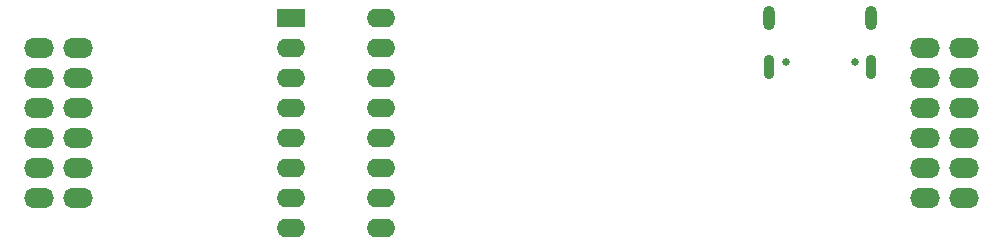
<source format=gts>
G04 #@! TF.GenerationSoftware,KiCad,Pcbnew,7.0.9-7.0.9~ubuntu22.04.1*
G04 #@! TF.CreationDate,2023-11-24T17:50:00-08:00*
G04 #@! TF.ProjectId,pmod-level-conv-2,706d6f64-2d6c-4657-9665-6c2d636f6e76,rev?*
G04 #@! TF.SameCoordinates,Original*
G04 #@! TF.FileFunction,Soldermask,Top*
G04 #@! TF.FilePolarity,Negative*
%FSLAX46Y46*%
G04 Gerber Fmt 4.6, Leading zero omitted, Abs format (unit mm)*
G04 Created by KiCad (PCBNEW 7.0.9-7.0.9~ubuntu22.04.1) date 2023-11-24 17:50:00*
%MOMM*%
%LPD*%
G01*
G04 APERTURE LIST*
%ADD10O,2.540000X1.700000*%
%ADD11R,2.400000X1.600000*%
%ADD12O,2.400000X1.600000*%
%ADD13C,0.650000*%
%ADD14O,1.000000X2.100000*%
%ADD15O,0.900000X2.100000*%
G04 APERTURE END LIST*
D10*
G04 #@! TO.C,J2*
X127330000Y-93650000D03*
X127330000Y-96190000D03*
X127330000Y-98730000D03*
X127330000Y-101270000D03*
X127330000Y-103810000D03*
X127330000Y-106350000D03*
X130670000Y-93650000D03*
X130670000Y-96190000D03*
X130670000Y-98730000D03*
X130670000Y-101270000D03*
X130670000Y-103810000D03*
X130670000Y-106350000D03*
G04 #@! TD*
G04 #@! TO.C,J1*
X55670000Y-93650000D03*
X55670000Y-96190000D03*
X55670000Y-98730000D03*
X55670000Y-101270000D03*
X55670000Y-103810000D03*
X55670000Y-106350000D03*
X52330000Y-93650000D03*
X52330000Y-96190000D03*
X52330000Y-98730000D03*
X52330000Y-101270000D03*
X52330000Y-103810000D03*
X52330000Y-106350000D03*
G04 #@! TD*
D11*
G04 #@! TO.C,SW1*
X73700000Y-91100000D03*
D12*
X73700000Y-93640000D03*
X73700000Y-96180000D03*
X73700000Y-98720000D03*
X73700000Y-101260000D03*
X73700000Y-103800000D03*
X73700000Y-106340000D03*
X73700000Y-108880000D03*
X81320000Y-108880000D03*
X81320000Y-106340000D03*
X81320000Y-103800000D03*
X81320000Y-101260000D03*
X81320000Y-98720000D03*
X81320000Y-96180000D03*
X81320000Y-93640000D03*
X81320000Y-91100000D03*
G04 #@! TD*
D13*
G04 #@! TO.C,J9*
X115610000Y-94810000D03*
X121390000Y-94810000D03*
D14*
X114180000Y-91130000D03*
D15*
X114180000Y-95310000D03*
D14*
X122820000Y-91130000D03*
D15*
X122820000Y-95310000D03*
G04 #@! TD*
M02*

</source>
